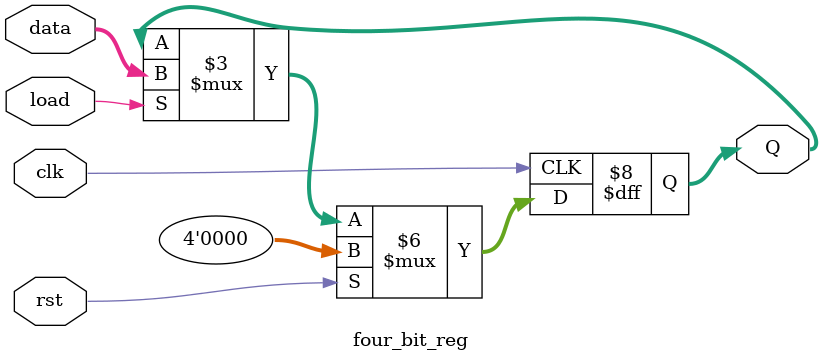
<source format=v>
module four_bit_reg (
	input clk,    // Clock
	input rst,  // synchronous reset active high
	input [3:0] data,
	input load,
	output reg [3:0] Q
);

	always @(posedge clk) begin : proc_state
		if(rst)
			Q <= 0;
		else if (load)
			Q <= data;
		else
			Q <= Q;
	end


endmodule

</source>
